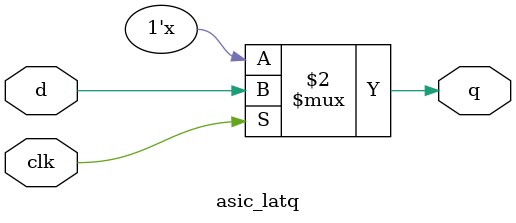
<source format=v>

module asic_latq
   (
    input      d,
    input      clk,
    output reg q
    );

   always @ (clk or d)
     if(clk)
       q <= d;

endmodule

</source>
